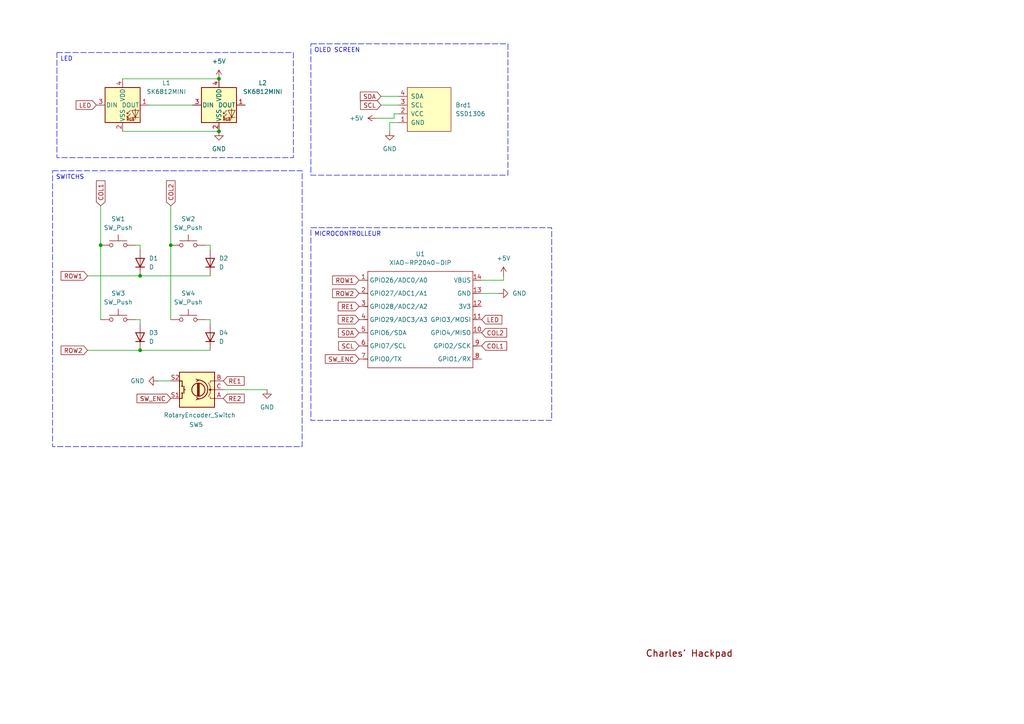
<source format=kicad_sch>
(kicad_sch
	(version 20250114)
	(generator "eeschema")
	(generator_version "9.0")
	(uuid "1e851e2d-42e4-421c-9676-f82c30c86495")
	(paper "A4")
	(lib_symbols
		(symbol "Device:RotaryEncoder_Switch"
			(pin_names
				(offset 0.254)
				(hide yes)
			)
			(exclude_from_sim no)
			(in_bom yes)
			(on_board yes)
			(property "Reference" "SW"
				(at 0 6.604 0)
				(effects
					(font
						(size 1.27 1.27)
					)
				)
			)
			(property "Value" "RotaryEncoder_Switch"
				(at 0 -6.604 0)
				(effects
					(font
						(size 1.27 1.27)
					)
				)
			)
			(property "Footprint" ""
				(at -3.81 4.064 0)
				(effects
					(font
						(size 1.27 1.27)
					)
					(hide yes)
				)
			)
			(property "Datasheet" "~"
				(at 0 6.604 0)
				(effects
					(font
						(size 1.27 1.27)
					)
					(hide yes)
				)
			)
			(property "Description" "Rotary encoder, dual channel, incremental quadrate outputs, with switch"
				(at 0 0 0)
				(effects
					(font
						(size 1.27 1.27)
					)
					(hide yes)
				)
			)
			(property "ki_keywords" "rotary switch encoder switch push button"
				(at 0 0 0)
				(effects
					(font
						(size 1.27 1.27)
					)
					(hide yes)
				)
			)
			(property "ki_fp_filters" "RotaryEncoder*Switch*"
				(at 0 0 0)
				(effects
					(font
						(size 1.27 1.27)
					)
					(hide yes)
				)
			)
			(symbol "RotaryEncoder_Switch_0_1"
				(rectangle
					(start -5.08 5.08)
					(end 5.08 -5.08)
					(stroke
						(width 0.254)
						(type default)
					)
					(fill
						(type background)
					)
				)
				(polyline
					(pts
						(xy -5.08 2.54) (xy -3.81 2.54) (xy -3.81 2.032)
					)
					(stroke
						(width 0)
						(type default)
					)
					(fill
						(type none)
					)
				)
				(polyline
					(pts
						(xy -5.08 0) (xy -3.81 0) (xy -3.81 -1.016) (xy -3.302 -2.032)
					)
					(stroke
						(width 0)
						(type default)
					)
					(fill
						(type none)
					)
				)
				(polyline
					(pts
						(xy -5.08 -2.54) (xy -3.81 -2.54) (xy -3.81 -2.032)
					)
					(stroke
						(width 0)
						(type default)
					)
					(fill
						(type none)
					)
				)
				(polyline
					(pts
						(xy -4.318 0) (xy -3.81 0) (xy -3.81 1.016) (xy -3.302 2.032)
					)
					(stroke
						(width 0)
						(type default)
					)
					(fill
						(type none)
					)
				)
				(circle
					(center -3.81 0)
					(radius 0.254)
					(stroke
						(width 0)
						(type default)
					)
					(fill
						(type outline)
					)
				)
				(polyline
					(pts
						(xy -0.635 -1.778) (xy -0.635 1.778)
					)
					(stroke
						(width 0.254)
						(type default)
					)
					(fill
						(type none)
					)
				)
				(circle
					(center -0.381 0)
					(radius 1.905)
					(stroke
						(width 0.254)
						(type default)
					)
					(fill
						(type none)
					)
				)
				(polyline
					(pts
						(xy -0.381 -1.778) (xy -0.381 1.778)
					)
					(stroke
						(width 0.254)
						(type default)
					)
					(fill
						(type none)
					)
				)
				(arc
					(start -0.381 -2.794)
					(mid -3.0988 -0.0635)
					(end -0.381 2.667)
					(stroke
						(width 0.254)
						(type default)
					)
					(fill
						(type none)
					)
				)
				(polyline
					(pts
						(xy -0.127 1.778) (xy -0.127 -1.778)
					)
					(stroke
						(width 0.254)
						(type default)
					)
					(fill
						(type none)
					)
				)
				(polyline
					(pts
						(xy 0.254 2.921) (xy -0.508 2.667) (xy 0.127 2.286)
					)
					(stroke
						(width 0.254)
						(type default)
					)
					(fill
						(type none)
					)
				)
				(polyline
					(pts
						(xy 0.254 -3.048) (xy -0.508 -2.794) (xy 0.127 -2.413)
					)
					(stroke
						(width 0.254)
						(type default)
					)
					(fill
						(type none)
					)
				)
				(polyline
					(pts
						(xy 3.81 1.016) (xy 3.81 -1.016)
					)
					(stroke
						(width 0.254)
						(type default)
					)
					(fill
						(type none)
					)
				)
				(polyline
					(pts
						(xy 3.81 0) (xy 3.429 0)
					)
					(stroke
						(width 0.254)
						(type default)
					)
					(fill
						(type none)
					)
				)
				(circle
					(center 4.318 1.016)
					(radius 0.127)
					(stroke
						(width 0.254)
						(type default)
					)
					(fill
						(type none)
					)
				)
				(circle
					(center 4.318 -1.016)
					(radius 0.127)
					(stroke
						(width 0.254)
						(type default)
					)
					(fill
						(type none)
					)
				)
				(polyline
					(pts
						(xy 5.08 2.54) (xy 4.318 2.54) (xy 4.318 1.016)
					)
					(stroke
						(width 0.254)
						(type default)
					)
					(fill
						(type none)
					)
				)
				(polyline
					(pts
						(xy 5.08 -2.54) (xy 4.318 -2.54) (xy 4.318 -1.016)
					)
					(stroke
						(width 0.254)
						(type default)
					)
					(fill
						(type none)
					)
				)
			)
			(symbol "RotaryEncoder_Switch_1_1"
				(pin passive line
					(at -7.62 2.54 0)
					(length 2.54)
					(name "A"
						(effects
							(font
								(size 1.27 1.27)
							)
						)
					)
					(number "A"
						(effects
							(font
								(size 1.27 1.27)
							)
						)
					)
				)
				(pin passive line
					(at -7.62 0 0)
					(length 2.54)
					(name "C"
						(effects
							(font
								(size 1.27 1.27)
							)
						)
					)
					(number "C"
						(effects
							(font
								(size 1.27 1.27)
							)
						)
					)
				)
				(pin passive line
					(at -7.62 -2.54 0)
					(length 2.54)
					(name "B"
						(effects
							(font
								(size 1.27 1.27)
							)
						)
					)
					(number "B"
						(effects
							(font
								(size 1.27 1.27)
							)
						)
					)
				)
				(pin passive line
					(at 7.62 2.54 180)
					(length 2.54)
					(name "S1"
						(effects
							(font
								(size 1.27 1.27)
							)
						)
					)
					(number "S1"
						(effects
							(font
								(size 1.27 1.27)
							)
						)
					)
				)
				(pin passive line
					(at 7.62 -2.54 180)
					(length 2.54)
					(name "S2"
						(effects
							(font
								(size 1.27 1.27)
							)
						)
					)
					(number "S2"
						(effects
							(font
								(size 1.27 1.27)
							)
						)
					)
				)
			)
			(embedded_fonts no)
		)
		(symbol "Diode:1N4148"
			(pin_numbers
				(hide yes)
			)
			(pin_names
				(hide yes)
			)
			(exclude_from_sim no)
			(in_bom yes)
			(on_board yes)
			(property "Reference" "D"
				(at 0 2.54 0)
				(effects
					(font
						(size 1.27 1.27)
					)
				)
			)
			(property "Value" "1N4148"
				(at 0 -2.54 0)
				(effects
					(font
						(size 1.27 1.27)
					)
				)
			)
			(property "Footprint" "Diode_THT:D_DO-35_SOD27_P7.62mm_Horizontal"
				(at 0 0 0)
				(effects
					(font
						(size 1.27 1.27)
					)
					(hide yes)
				)
			)
			(property "Datasheet" "https://assets.nexperia.com/documents/data-sheet/1N4148_1N4448.pdf"
				(at 0 0 0)
				(effects
					(font
						(size 1.27 1.27)
					)
					(hide yes)
				)
			)
			(property "Description" "100V 0.15A standard switching diode, DO-35"
				(at 0 0 0)
				(effects
					(font
						(size 1.27 1.27)
					)
					(hide yes)
				)
			)
			(property "Sim.Device" "D"
				(at 0 0 0)
				(effects
					(font
						(size 1.27 1.27)
					)
					(hide yes)
				)
			)
			(property "Sim.Pins" "1=K 2=A"
				(at 0 0 0)
				(effects
					(font
						(size 1.27 1.27)
					)
					(hide yes)
				)
			)
			(property "ki_keywords" "diode"
				(at 0 0 0)
				(effects
					(font
						(size 1.27 1.27)
					)
					(hide yes)
				)
			)
			(property "ki_fp_filters" "D*DO?35*"
				(at 0 0 0)
				(effects
					(font
						(size 1.27 1.27)
					)
					(hide yes)
				)
			)
			(symbol "1N4148_0_1"
				(polyline
					(pts
						(xy -1.27 1.27) (xy -1.27 -1.27)
					)
					(stroke
						(width 0.254)
						(type default)
					)
					(fill
						(type none)
					)
				)
				(polyline
					(pts
						(xy 1.27 1.27) (xy 1.27 -1.27) (xy -1.27 0) (xy 1.27 1.27)
					)
					(stroke
						(width 0.254)
						(type default)
					)
					(fill
						(type none)
					)
				)
				(polyline
					(pts
						(xy 1.27 0) (xy -1.27 0)
					)
					(stroke
						(width 0)
						(type default)
					)
					(fill
						(type none)
					)
				)
			)
			(symbol "1N4148_1_1"
				(pin passive line
					(at -3.81 0 0)
					(length 2.54)
					(name "K"
						(effects
							(font
								(size 1.27 1.27)
							)
						)
					)
					(number "1"
						(effects
							(font
								(size 1.27 1.27)
							)
						)
					)
				)
				(pin passive line
					(at 3.81 0 180)
					(length 2.54)
					(name "A"
						(effects
							(font
								(size 1.27 1.27)
							)
						)
					)
					(number "2"
						(effects
							(font
								(size 1.27 1.27)
							)
						)
					)
				)
			)
			(embedded_fonts no)
		)
		(symbol "LED:SK6812MINI"
			(pin_names
				(offset 0.254)
			)
			(exclude_from_sim no)
			(in_bom yes)
			(on_board yes)
			(property "Reference" "D"
				(at 5.08 5.715 0)
				(effects
					(font
						(size 1.27 1.27)
					)
					(justify right bottom)
				)
			)
			(property "Value" "SK6812MINI"
				(at 1.27 -5.715 0)
				(effects
					(font
						(size 1.27 1.27)
					)
					(justify left top)
				)
			)
			(property "Footprint" "LED_SMD:LED_SK6812MINI_PLCC4_3.5x3.5mm_P1.75mm"
				(at 1.27 -7.62 0)
				(effects
					(font
						(size 1.27 1.27)
					)
					(justify left top)
					(hide yes)
				)
			)
			(property "Datasheet" "https://cdn-shop.adafruit.com/product-files/2686/SK6812MINI_REV.01-1-2.pdf"
				(at 2.54 -9.525 0)
				(effects
					(font
						(size 1.27 1.27)
					)
					(justify left top)
					(hide yes)
				)
			)
			(property "Description" "RGB LED with integrated controller"
				(at 0 0 0)
				(effects
					(font
						(size 1.27 1.27)
					)
					(hide yes)
				)
			)
			(property "ki_keywords" "RGB LED NeoPixel Mini addressable"
				(at 0 0 0)
				(effects
					(font
						(size 1.27 1.27)
					)
					(hide yes)
				)
			)
			(property "ki_fp_filters" "LED*SK6812MINI*PLCC*3.5x3.5mm*P1.75mm*"
				(at 0 0 0)
				(effects
					(font
						(size 1.27 1.27)
					)
					(hide yes)
				)
			)
			(symbol "SK6812MINI_0_0"
				(text "RGB"
					(at 2.286 -4.191 0)
					(effects
						(font
							(size 0.762 0.762)
						)
					)
				)
			)
			(symbol "SK6812MINI_0_1"
				(polyline
					(pts
						(xy 1.27 -2.54) (xy 1.778 -2.54)
					)
					(stroke
						(width 0)
						(type default)
					)
					(fill
						(type none)
					)
				)
				(polyline
					(pts
						(xy 1.27 -3.556) (xy 1.778 -3.556)
					)
					(stroke
						(width 0)
						(type default)
					)
					(fill
						(type none)
					)
				)
				(polyline
					(pts
						(xy 2.286 -1.524) (xy 1.27 -2.54) (xy 1.27 -2.032)
					)
					(stroke
						(width 0)
						(type default)
					)
					(fill
						(type none)
					)
				)
				(polyline
					(pts
						(xy 2.286 -2.54) (xy 1.27 -3.556) (xy 1.27 -3.048)
					)
					(stroke
						(width 0)
						(type default)
					)
					(fill
						(type none)
					)
				)
				(polyline
					(pts
						(xy 3.683 -1.016) (xy 3.683 -3.556) (xy 3.683 -4.064)
					)
					(stroke
						(width 0)
						(type default)
					)
					(fill
						(type none)
					)
				)
				(polyline
					(pts
						(xy 4.699 -1.524) (xy 2.667 -1.524) (xy 3.683 -3.556) (xy 4.699 -1.524)
					)
					(stroke
						(width 0)
						(type default)
					)
					(fill
						(type none)
					)
				)
				(polyline
					(pts
						(xy 4.699 -3.556) (xy 2.667 -3.556)
					)
					(stroke
						(width 0)
						(type default)
					)
					(fill
						(type none)
					)
				)
				(rectangle
					(start 5.08 5.08)
					(end -5.08 -5.08)
					(stroke
						(width 0.254)
						(type default)
					)
					(fill
						(type background)
					)
				)
			)
			(symbol "SK6812MINI_1_1"
				(pin input line
					(at -7.62 0 0)
					(length 2.54)
					(name "DIN"
						(effects
							(font
								(size 1.27 1.27)
							)
						)
					)
					(number "3"
						(effects
							(font
								(size 1.27 1.27)
							)
						)
					)
				)
				(pin power_in line
					(at 0 7.62 270)
					(length 2.54)
					(name "VDD"
						(effects
							(font
								(size 1.27 1.27)
							)
						)
					)
					(number "4"
						(effects
							(font
								(size 1.27 1.27)
							)
						)
					)
				)
				(pin power_in line
					(at 0 -7.62 90)
					(length 2.54)
					(name "VSS"
						(effects
							(font
								(size 1.27 1.27)
							)
						)
					)
					(number "2"
						(effects
							(font
								(size 1.27 1.27)
							)
						)
					)
				)
				(pin output line
					(at 7.62 0 180)
					(length 2.54)
					(name "DOUT"
						(effects
							(font
								(size 1.27 1.27)
							)
						)
					)
					(number "1"
						(effects
							(font
								(size 1.27 1.27)
							)
						)
					)
				)
			)
			(embedded_fonts no)
		)
		(symbol "SSD1306-128x64_OLED:SSD1306"
			(pin_names
				(offset 1.016)
			)
			(exclude_from_sim no)
			(in_bom yes)
			(on_board yes)
			(property "Reference" "Brd"
				(at 0 -3.81 0)
				(effects
					(font
						(size 1.27 1.27)
					)
				)
			)
			(property "Value" "SSD1306"
				(at 0 -1.27 0)
				(effects
					(font
						(size 1.27 1.27)
					)
				)
			)
			(property "Footprint" ""
				(at 0 6.35 0)
				(effects
					(font
						(size 1.27 1.27)
					)
					(hide yes)
				)
			)
			(property "Datasheet" ""
				(at 0 6.35 0)
				(effects
					(font
						(size 1.27 1.27)
					)
					(hide yes)
				)
			)
			(property "Description" "SSD1306 OLED"
				(at 0 0 0)
				(effects
					(font
						(size 1.27 1.27)
					)
					(hide yes)
				)
			)
			(property "ki_keywords" "SSD1306"
				(at 0 0 0)
				(effects
					(font
						(size 1.27 1.27)
					)
					(hide yes)
				)
			)
			(property "ki_fp_filters" "SSD1306-128x64_OLED:SSD1306"
				(at 0 0 0)
				(effects
					(font
						(size 1.27 1.27)
					)
					(hide yes)
				)
			)
			(symbol "SSD1306_0_1"
				(rectangle
					(start -6.35 6.35)
					(end 6.35 -6.35)
					(stroke
						(width 0)
						(type solid)
					)
					(fill
						(type background)
					)
				)
			)
			(symbol "SSD1306_1_1"
				(pin input line
					(at -3.81 8.89 270)
					(length 2.54)
					(name "GND"
						(effects
							(font
								(size 1.27 1.27)
							)
						)
					)
					(number "1"
						(effects
							(font
								(size 1.27 1.27)
							)
						)
					)
				)
				(pin input line
					(at -1.27 8.89 270)
					(length 2.54)
					(name "VCC"
						(effects
							(font
								(size 1.27 1.27)
							)
						)
					)
					(number "2"
						(effects
							(font
								(size 1.27 1.27)
							)
						)
					)
				)
				(pin input line
					(at 1.27 8.89 270)
					(length 2.54)
					(name "SCL"
						(effects
							(font
								(size 1.27 1.27)
							)
						)
					)
					(number "3"
						(effects
							(font
								(size 1.27 1.27)
							)
						)
					)
				)
				(pin input line
					(at 3.81 8.89 270)
					(length 2.54)
					(name "SDA"
						(effects
							(font
								(size 1.27 1.27)
							)
						)
					)
					(number "4"
						(effects
							(font
								(size 1.27 1.27)
							)
						)
					)
				)
			)
			(embedded_fonts no)
		)
		(symbol "Seeed_Studio_XIAO_Series:XIAO-RP2040-DIP"
			(exclude_from_sim no)
			(in_bom yes)
			(on_board yes)
			(property "Reference" "U"
				(at 0 0 0)
				(effects
					(font
						(size 1.27 1.27)
					)
				)
			)
			(property "Value" "XIAO-RP2040-DIP"
				(at 5.334 -1.778 0)
				(effects
					(font
						(size 1.27 1.27)
					)
				)
			)
			(property "Footprint" "Module:MOUDLE14P-XIAO-DIP-SMD"
				(at 14.478 -32.258 0)
				(effects
					(font
						(size 1.27 1.27)
					)
					(hide yes)
				)
			)
			(property "Datasheet" ""
				(at 0 0 0)
				(effects
					(font
						(size 1.27 1.27)
					)
					(hide yes)
				)
			)
			(property "Description" ""
				(at 0 0 0)
				(effects
					(font
						(size 1.27 1.27)
					)
					(hide yes)
				)
			)
			(symbol "XIAO-RP2040-DIP_1_0"
				(polyline
					(pts
						(xy -1.27 -2.54) (xy 29.21 -2.54)
					)
					(stroke
						(width 0.1524)
						(type solid)
					)
					(fill
						(type none)
					)
				)
				(polyline
					(pts
						(xy -1.27 -5.08) (xy -2.54 -5.08)
					)
					(stroke
						(width 0.1524)
						(type solid)
					)
					(fill
						(type none)
					)
				)
				(polyline
					(pts
						(xy -1.27 -5.08) (xy -1.27 -2.54)
					)
					(stroke
						(width 0.1524)
						(type solid)
					)
					(fill
						(type none)
					)
				)
				(polyline
					(pts
						(xy -1.27 -8.89) (xy -2.54 -8.89)
					)
					(stroke
						(width 0.1524)
						(type solid)
					)
					(fill
						(type none)
					)
				)
				(polyline
					(pts
						(xy -1.27 -8.89) (xy -1.27 -5.08)
					)
					(stroke
						(width 0.1524)
						(type solid)
					)
					(fill
						(type none)
					)
				)
				(polyline
					(pts
						(xy -1.27 -12.7) (xy -2.54 -12.7)
					)
					(stroke
						(width 0.1524)
						(type solid)
					)
					(fill
						(type none)
					)
				)
				(polyline
					(pts
						(xy -1.27 -12.7) (xy -1.27 -8.89)
					)
					(stroke
						(width 0.1524)
						(type solid)
					)
					(fill
						(type none)
					)
				)
				(polyline
					(pts
						(xy -1.27 -16.51) (xy -2.54 -16.51)
					)
					(stroke
						(width 0.1524)
						(type solid)
					)
					(fill
						(type none)
					)
				)
				(polyline
					(pts
						(xy -1.27 -16.51) (xy -1.27 -12.7)
					)
					(stroke
						(width 0.1524)
						(type solid)
					)
					(fill
						(type none)
					)
				)
				(polyline
					(pts
						(xy -1.27 -20.32) (xy -2.54 -20.32)
					)
					(stroke
						(width 0.1524)
						(type solid)
					)
					(fill
						(type none)
					)
				)
				(polyline
					(pts
						(xy -1.27 -24.13) (xy -2.54 -24.13)
					)
					(stroke
						(width 0.1524)
						(type solid)
					)
					(fill
						(type none)
					)
				)
				(polyline
					(pts
						(xy -1.27 -27.94) (xy -2.54 -27.94)
					)
					(stroke
						(width 0.1524)
						(type solid)
					)
					(fill
						(type none)
					)
				)
				(polyline
					(pts
						(xy -1.27 -30.48) (xy -1.27 -16.51)
					)
					(stroke
						(width 0.1524)
						(type solid)
					)
					(fill
						(type none)
					)
				)
				(polyline
					(pts
						(xy 29.21 -2.54) (xy 29.21 -5.08)
					)
					(stroke
						(width 0.1524)
						(type solid)
					)
					(fill
						(type none)
					)
				)
				(polyline
					(pts
						(xy 29.21 -5.08) (xy 29.21 -8.89)
					)
					(stroke
						(width 0.1524)
						(type solid)
					)
					(fill
						(type none)
					)
				)
				(polyline
					(pts
						(xy 29.21 -8.89) (xy 29.21 -12.7)
					)
					(stroke
						(width 0.1524)
						(type solid)
					)
					(fill
						(type none)
					)
				)
				(polyline
					(pts
						(xy 29.21 -12.7) (xy 29.21 -30.48)
					)
					(stroke
						(width 0.1524)
						(type solid)
					)
					(fill
						(type none)
					)
				)
				(polyline
					(pts
						(xy 29.21 -30.48) (xy -1.27 -30.48)
					)
					(stroke
						(width 0.1524)
						(type solid)
					)
					(fill
						(type none)
					)
				)
				(polyline
					(pts
						(xy 30.48 -5.08) (xy 29.21 -5.08)
					)
					(stroke
						(width 0.1524)
						(type solid)
					)
					(fill
						(type none)
					)
				)
				(polyline
					(pts
						(xy 30.48 -8.89) (xy 29.21 -8.89)
					)
					(stroke
						(width 0.1524)
						(type solid)
					)
					(fill
						(type none)
					)
				)
				(polyline
					(pts
						(xy 30.48 -12.7) (xy 29.21 -12.7)
					)
					(stroke
						(width 0.1524)
						(type solid)
					)
					(fill
						(type none)
					)
				)
				(polyline
					(pts
						(xy 30.48 -16.51) (xy 29.21 -16.51)
					)
					(stroke
						(width 0.1524)
						(type solid)
					)
					(fill
						(type none)
					)
				)
				(polyline
					(pts
						(xy 30.48 -20.32) (xy 29.21 -20.32)
					)
					(stroke
						(width 0.1524)
						(type solid)
					)
					(fill
						(type none)
					)
				)
				(polyline
					(pts
						(xy 30.48 -24.13) (xy 29.21 -24.13)
					)
					(stroke
						(width 0.1524)
						(type solid)
					)
					(fill
						(type none)
					)
				)
				(polyline
					(pts
						(xy 30.48 -27.94) (xy 29.21 -27.94)
					)
					(stroke
						(width 0.1524)
						(type solid)
					)
					(fill
						(type none)
					)
				)
				(pin passive line
					(at -3.81 -5.08 0)
					(length 2.54)
					(name "GPIO26/ADC0/A0"
						(effects
							(font
								(size 1.27 1.27)
							)
						)
					)
					(number "1"
						(effects
							(font
								(size 1.27 1.27)
							)
						)
					)
				)
				(pin passive line
					(at -3.81 -8.89 0)
					(length 2.54)
					(name "GPIO27/ADC1/A1"
						(effects
							(font
								(size 1.27 1.27)
							)
						)
					)
					(number "2"
						(effects
							(font
								(size 1.27 1.27)
							)
						)
					)
				)
				(pin passive line
					(at -3.81 -12.7 0)
					(length 2.54)
					(name "GPIO28/ADC2/A2"
						(effects
							(font
								(size 1.27 1.27)
							)
						)
					)
					(number "3"
						(effects
							(font
								(size 1.27 1.27)
							)
						)
					)
				)
				(pin passive line
					(at -3.81 -16.51 0)
					(length 2.54)
					(name "GPIO29/ADC3/A3"
						(effects
							(font
								(size 1.27 1.27)
							)
						)
					)
					(number "4"
						(effects
							(font
								(size 1.27 1.27)
							)
						)
					)
				)
				(pin passive line
					(at -3.81 -20.32 0)
					(length 2.54)
					(name "GPIO6/SDA"
						(effects
							(font
								(size 1.27 1.27)
							)
						)
					)
					(number "5"
						(effects
							(font
								(size 1.27 1.27)
							)
						)
					)
				)
				(pin passive line
					(at -3.81 -24.13 0)
					(length 2.54)
					(name "GPIO7/SCL"
						(effects
							(font
								(size 1.27 1.27)
							)
						)
					)
					(number "6"
						(effects
							(font
								(size 1.27 1.27)
							)
						)
					)
				)
				(pin passive line
					(at -3.81 -27.94 0)
					(length 2.54)
					(name "GPIO0/TX"
						(effects
							(font
								(size 1.27 1.27)
							)
						)
					)
					(number "7"
						(effects
							(font
								(size 1.27 1.27)
							)
						)
					)
				)
				(pin passive line
					(at 31.75 -5.08 180)
					(length 2.54)
					(name "VBUS"
						(effects
							(font
								(size 1.27 1.27)
							)
						)
					)
					(number "14"
						(effects
							(font
								(size 1.27 1.27)
							)
						)
					)
				)
				(pin passive line
					(at 31.75 -8.89 180)
					(length 2.54)
					(name "GND"
						(effects
							(font
								(size 1.27 1.27)
							)
						)
					)
					(number "13"
						(effects
							(font
								(size 1.27 1.27)
							)
						)
					)
				)
				(pin passive line
					(at 31.75 -12.7 180)
					(length 2.54)
					(name "3V3"
						(effects
							(font
								(size 1.27 1.27)
							)
						)
					)
					(number "12"
						(effects
							(font
								(size 1.27 1.27)
							)
						)
					)
				)
				(pin passive line
					(at 31.75 -16.51 180)
					(length 2.54)
					(name "GPIO3/MOSI"
						(effects
							(font
								(size 1.27 1.27)
							)
						)
					)
					(number "11"
						(effects
							(font
								(size 1.27 1.27)
							)
						)
					)
				)
				(pin passive line
					(at 31.75 -20.32 180)
					(length 2.54)
					(name "GPIO4/MISO"
						(effects
							(font
								(size 1.27 1.27)
							)
						)
					)
					(number "10"
						(effects
							(font
								(size 1.27 1.27)
							)
						)
					)
				)
				(pin passive line
					(at 31.75 -24.13 180)
					(length 2.54)
					(name "GPIO2/SCK"
						(effects
							(font
								(size 1.27 1.27)
							)
						)
					)
					(number "9"
						(effects
							(font
								(size 1.27 1.27)
							)
						)
					)
				)
				(pin passive line
					(at 31.75 -27.94 180)
					(length 2.54)
					(name "GPIO1/RX"
						(effects
							(font
								(size 1.27 1.27)
							)
						)
					)
					(number "8"
						(effects
							(font
								(size 1.27 1.27)
							)
						)
					)
				)
			)
			(embedded_fonts no)
		)
		(symbol "Switch:SW_Push"
			(pin_numbers
				(hide yes)
			)
			(pin_names
				(offset 1.016)
				(hide yes)
			)
			(exclude_from_sim no)
			(in_bom yes)
			(on_board yes)
			(property "Reference" "SW"
				(at 1.27 2.54 0)
				(effects
					(font
						(size 1.27 1.27)
					)
					(justify left)
				)
			)
			(property "Value" "SW_Push"
				(at 0 -1.524 0)
				(effects
					(font
						(size 1.27 1.27)
					)
				)
			)
			(property "Footprint" ""
				(at 0 5.08 0)
				(effects
					(font
						(size 1.27 1.27)
					)
					(hide yes)
				)
			)
			(property "Datasheet" "~"
				(at 0 5.08 0)
				(effects
					(font
						(size 1.27 1.27)
					)
					(hide yes)
				)
			)
			(property "Description" "Push button switch, generic, two pins"
				(at 0 0 0)
				(effects
					(font
						(size 1.27 1.27)
					)
					(hide yes)
				)
			)
			(property "ki_keywords" "switch normally-open pushbutton push-button"
				(at 0 0 0)
				(effects
					(font
						(size 1.27 1.27)
					)
					(hide yes)
				)
			)
			(symbol "SW_Push_0_1"
				(circle
					(center -2.032 0)
					(radius 0.508)
					(stroke
						(width 0)
						(type default)
					)
					(fill
						(type none)
					)
				)
				(polyline
					(pts
						(xy 0 1.27) (xy 0 3.048)
					)
					(stroke
						(width 0)
						(type default)
					)
					(fill
						(type none)
					)
				)
				(circle
					(center 2.032 0)
					(radius 0.508)
					(stroke
						(width 0)
						(type default)
					)
					(fill
						(type none)
					)
				)
				(polyline
					(pts
						(xy 2.54 1.27) (xy -2.54 1.27)
					)
					(stroke
						(width 0)
						(type default)
					)
					(fill
						(type none)
					)
				)
				(pin passive line
					(at -5.08 0 0)
					(length 2.54)
					(name "1"
						(effects
							(font
								(size 1.27 1.27)
							)
						)
					)
					(number "1"
						(effects
							(font
								(size 1.27 1.27)
							)
						)
					)
				)
				(pin passive line
					(at 5.08 0 180)
					(length 2.54)
					(name "2"
						(effects
							(font
								(size 1.27 1.27)
							)
						)
					)
					(number "2"
						(effects
							(font
								(size 1.27 1.27)
							)
						)
					)
				)
			)
			(embedded_fonts no)
		)
		(symbol "power:+5V"
			(power)
			(pin_numbers
				(hide yes)
			)
			(pin_names
				(offset 0)
				(hide yes)
			)
			(exclude_from_sim no)
			(in_bom yes)
			(on_board yes)
			(property "Reference" "#PWR"
				(at 0 -3.81 0)
				(effects
					(font
						(size 1.27 1.27)
					)
					(hide yes)
				)
			)
			(property "Value" "+5V"
				(at 0 3.556 0)
				(effects
					(font
						(size 1.27 1.27)
					)
				)
			)
			(property "Footprint" ""
				(at 0 0 0)
				(effects
					(font
						(size 1.27 1.27)
					)
					(hide yes)
				)
			)
			(property "Datasheet" ""
				(at 0 0 0)
				(effects
					(font
						(size 1.27 1.27)
					)
					(hide yes)
				)
			)
			(property "Description" "Power symbol creates a global label with name \"+5V\""
				(at 0 0 0)
				(effects
					(font
						(size 1.27 1.27)
					)
					(hide yes)
				)
			)
			(property "ki_keywords" "global power"
				(at 0 0 0)
				(effects
					(font
						(size 1.27 1.27)
					)
					(hide yes)
				)
			)
			(symbol "+5V_0_1"
				(polyline
					(pts
						(xy -0.762 1.27) (xy 0 2.54)
					)
					(stroke
						(width 0)
						(type default)
					)
					(fill
						(type none)
					)
				)
				(polyline
					(pts
						(xy 0 2.54) (xy 0.762 1.27)
					)
					(stroke
						(width 0)
						(type default)
					)
					(fill
						(type none)
					)
				)
				(polyline
					(pts
						(xy 0 0) (xy 0 2.54)
					)
					(stroke
						(width 0)
						(type default)
					)
					(fill
						(type none)
					)
				)
			)
			(symbol "+5V_1_1"
				(pin power_in line
					(at 0 0 90)
					(length 0)
					(name "~"
						(effects
							(font
								(size 1.27 1.27)
							)
						)
					)
					(number "1"
						(effects
							(font
								(size 1.27 1.27)
							)
						)
					)
				)
			)
			(embedded_fonts no)
		)
		(symbol "power:GND"
			(power)
			(pin_numbers
				(hide yes)
			)
			(pin_names
				(offset 0)
				(hide yes)
			)
			(exclude_from_sim no)
			(in_bom yes)
			(on_board yes)
			(property "Reference" "#PWR"
				(at 0 -6.35 0)
				(effects
					(font
						(size 1.27 1.27)
					)
					(hide yes)
				)
			)
			(property "Value" "GND"
				(at 0 -3.81 0)
				(effects
					(font
						(size 1.27 1.27)
					)
				)
			)
			(property "Footprint" ""
				(at 0 0 0)
				(effects
					(font
						(size 1.27 1.27)
					)
					(hide yes)
				)
			)
			(property "Datasheet" ""
				(at 0 0 0)
				(effects
					(font
						(size 1.27 1.27)
					)
					(hide yes)
				)
			)
			(property "Description" "Power symbol creates a global label with name \"GND\" , ground"
				(at 0 0 0)
				(effects
					(font
						(size 1.27 1.27)
					)
					(hide yes)
				)
			)
			(property "ki_keywords" "global power"
				(at 0 0 0)
				(effects
					(font
						(size 1.27 1.27)
					)
					(hide yes)
				)
			)
			(symbol "GND_0_1"
				(polyline
					(pts
						(xy 0 0) (xy 0 -1.27) (xy 1.27 -1.27) (xy 0 -2.54) (xy -1.27 -1.27) (xy 0 -1.27)
					)
					(stroke
						(width 0)
						(type default)
					)
					(fill
						(type none)
					)
				)
			)
			(symbol "GND_1_1"
				(pin power_in line
					(at 0 0 270)
					(length 0)
					(name "~"
						(effects
							(font
								(size 1.27 1.27)
							)
						)
					)
					(number "1"
						(effects
							(font
								(size 1.27 1.27)
							)
						)
					)
				)
			)
			(embedded_fonts no)
		)
	)
	(text "Charles' Hackpad"
		(exclude_from_sim no)
		(at 187.198 189.738 0)
		(effects
			(font
				(size 1.905 1.905)
				(thickness 0.254)
				(bold yes)
				(color 132 0 0 1)
			)
			(justify left)
		)
		(uuid "8b6119fa-412c-4b8f-9591-88df20a6d7c1")
	)
	(text_box "OLED SCREEN"
		(exclude_from_sim no)
		(at 90.17 12.7 0)
		(size 57.15 38.1)
		(margins 0.9525 0.9525 0.9525 0.9525)
		(stroke
			(width 0)
			(type dash)
		)
		(fill
			(type none)
		)
		(effects
			(font
				(size 1.27 1.27)
			)
			(justify left top)
		)
		(uuid "001b09b0-6e8b-4912-bb25-e1870fad40b4")
	)
	(text_box "MICROCONTROLLEUR"
		(exclude_from_sim no)
		(at 90.17 66.04 0)
		(size 69.85 55.88)
		(margins 0.9525 0.9525 0.9525 0.9525)
		(stroke
			(width 0)
			(type dash)
		)
		(fill
			(type none)
		)
		(effects
			(font
				(size 1.27 1.27)
			)
			(justify left top)
		)
		(uuid "564d5806-010e-4dca-8f12-7abbc0e44f9b")
	)
	(text_box "LED"
		(exclude_from_sim no)
		(at 16.51 15.24 0)
		(size 68.58 30.48)
		(margins 0.9525 0.9525 0.9525 0.9525)
		(stroke
			(width 0)
			(type dash)
		)
		(fill
			(type none)
		)
		(effects
			(font
				(size 1.27 1.27)
			)
			(justify left top)
		)
		(uuid "b96dee03-45a0-4083-86cc-134c4045f9d1")
	)
	(text_box "SWITCHS"
		(exclude_from_sim no)
		(at 15.24 49.53 0)
		(size 72.39 80.01)
		(margins 0.9525 0.9525 0.9525 0.9525)
		(stroke
			(width 0)
			(type dash)
		)
		(fill
			(type none)
		)
		(effects
			(font
				(size 1.27 1.27)
			)
			(justify left top)
		)
		(uuid "fb477875-3e16-475a-81f7-a3d30f13b848")
	)
	(junction
		(at 40.64 101.6)
		(diameter 0)
		(color 0 0 0 0)
		(uuid "25bcbefe-7e46-4990-b5a2-c4deaece289f")
	)
	(junction
		(at 40.64 80.01)
		(diameter 0)
		(color 0 0 0 0)
		(uuid "2993fcdb-c31f-4421-b1ca-f556d3cadaf0")
	)
	(junction
		(at 63.5 22.86)
		(diameter 0)
		(color 0 0 0 0)
		(uuid "2a1a511b-ddc0-47d2-a3f2-f95aced6e597")
	)
	(junction
		(at 29.21 71.12)
		(diameter 0)
		(color 0 0 0 0)
		(uuid "5f47c276-399e-48db-a279-56ae8fac7dc4")
	)
	(junction
		(at 49.53 71.12)
		(diameter 0)
		(color 0 0 0 0)
		(uuid "97388b66-6092-4872-952f-bd1bbb92fc53")
	)
	(junction
		(at 63.5 38.1)
		(diameter 0)
		(color 0 0 0 0)
		(uuid "d3ef2811-6812-444d-a37e-b019c0533559")
	)
	(wire
		(pts
			(xy 25.4 101.6) (xy 40.64 101.6)
		)
		(stroke
			(width 0)
			(type default)
		)
		(uuid "01565ccb-a96c-422a-8161-e693482a9293")
	)
	(wire
		(pts
			(xy 43.18 30.48) (xy 55.88 30.48)
		)
		(stroke
			(width 0)
			(type default)
		)
		(uuid "07e96a62-8b70-47ff-8c5f-cf5e1c71eec4")
	)
	(wire
		(pts
			(xy 139.7 81.28) (xy 146.05 81.28)
		)
		(stroke
			(width 0)
			(type default)
		)
		(uuid "08c996ec-1e18-474e-a7e4-aea31e77a762")
	)
	(wire
		(pts
			(xy 109.22 34.29) (xy 114.3 34.29)
		)
		(stroke
			(width 0)
			(type default)
		)
		(uuid "18277684-5c51-4101-a526-b11ad4913940")
	)
	(wire
		(pts
			(xy 45.72 110.49) (xy 49.53 110.49)
		)
		(stroke
			(width 0)
			(type default)
		)
		(uuid "1a621e0e-472f-4f47-a31e-bfb373b57f20")
	)
	(wire
		(pts
			(xy 114.3 34.29) (xy 114.3 33.02)
		)
		(stroke
			(width 0)
			(type default)
		)
		(uuid "1cb12144-c8b4-4e64-ad73-78abf54bbccf")
	)
	(wire
		(pts
			(xy 113.03 35.56) (xy 115.57 35.56)
		)
		(stroke
			(width 0)
			(type default)
		)
		(uuid "23e58692-41a9-42fa-ba4c-ff724e1601d5")
	)
	(wire
		(pts
			(xy 35.56 38.1) (xy 63.5 38.1)
		)
		(stroke
			(width 0)
			(type default)
		)
		(uuid "32ad950e-1421-4dbc-b049-c8d8c17fba27")
	)
	(wire
		(pts
			(xy 29.21 71.12) (xy 29.21 92.71)
		)
		(stroke
			(width 0)
			(type default)
		)
		(uuid "36e0bc4d-9e28-44b2-9ecd-39207709a7c1")
	)
	(wire
		(pts
			(xy 114.3 33.02) (xy 115.57 33.02)
		)
		(stroke
			(width 0)
			(type default)
		)
		(uuid "38626d17-3ae2-48ae-9cf1-ae0e727a8f1a")
	)
	(wire
		(pts
			(xy 25.4 80.01) (xy 40.64 80.01)
		)
		(stroke
			(width 0)
			(type default)
		)
		(uuid "57863341-a03b-4da9-9664-3d5bbfb9ef43")
	)
	(wire
		(pts
			(xy 110.49 30.48) (xy 115.57 30.48)
		)
		(stroke
			(width 0)
			(type default)
		)
		(uuid "5c7992c1-5ffd-4807-a06a-74a82c00a6c9")
	)
	(wire
		(pts
			(xy 49.53 59.69) (xy 49.53 71.12)
		)
		(stroke
			(width 0)
			(type default)
		)
		(uuid "5d170493-e337-4ef2-9b3a-2cc78ef2cfcf")
	)
	(wire
		(pts
			(xy 49.53 71.12) (xy 49.53 92.71)
		)
		(stroke
			(width 0)
			(type default)
		)
		(uuid "6043d3b3-5daf-4851-a9b0-6d35a91999a6")
	)
	(wire
		(pts
			(xy 60.96 92.71) (xy 60.96 93.98)
		)
		(stroke
			(width 0)
			(type default)
		)
		(uuid "845c6a7f-4d13-4d7f-bc8f-76aa61551660")
	)
	(wire
		(pts
			(xy 60.96 71.12) (xy 60.96 72.39)
		)
		(stroke
			(width 0)
			(type default)
		)
		(uuid "8da62218-ee19-4b30-ae8c-ff7a4ffb3c6b")
	)
	(wire
		(pts
			(xy 146.05 80.01) (xy 146.05 81.28)
		)
		(stroke
			(width 0)
			(type default)
		)
		(uuid "8e9dd60e-c734-4b7c-b2ea-e5b5be26ff7a")
	)
	(wire
		(pts
			(xy 40.64 71.12) (xy 40.64 72.39)
		)
		(stroke
			(width 0)
			(type default)
		)
		(uuid "a05b5ea7-d2bf-41f4-bc99-91cdecb94268")
	)
	(wire
		(pts
			(xy 60.96 92.71) (xy 59.69 92.71)
		)
		(stroke
			(width 0)
			(type default)
		)
		(uuid "a5e475fd-87b0-4fab-b70f-68f68de0683b")
	)
	(wire
		(pts
			(xy 39.37 71.12) (xy 40.64 71.12)
		)
		(stroke
			(width 0)
			(type default)
		)
		(uuid "a81924ae-68b2-4a1a-b7b5-8d6903af59dc")
	)
	(wire
		(pts
			(xy 40.64 92.71) (xy 40.64 93.98)
		)
		(stroke
			(width 0)
			(type default)
		)
		(uuid "ac11bf34-3e54-471e-9126-04992cc08b84")
	)
	(wire
		(pts
			(xy 39.37 92.71) (xy 40.64 92.71)
		)
		(stroke
			(width 0)
			(type default)
		)
		(uuid "b828af6d-804f-4c16-a838-77ee187af3b8")
	)
	(wire
		(pts
			(xy 144.78 85.09) (xy 139.7 85.09)
		)
		(stroke
			(width 0)
			(type default)
		)
		(uuid "c6dc3e4a-ffd7-4f79-9cd7-11c53b0623cc")
	)
	(wire
		(pts
			(xy 113.03 38.1) (xy 113.03 35.56)
		)
		(stroke
			(width 0)
			(type default)
		)
		(uuid "d1457ef9-368f-452b-9d33-4f98dc16b63d")
	)
	(wire
		(pts
			(xy 64.77 113.03) (xy 77.47 113.03)
		)
		(stroke
			(width 0)
			(type default)
		)
		(uuid "d710583e-21a6-4930-8655-d8c0ecc60abc")
	)
	(wire
		(pts
			(xy 40.64 80.01) (xy 60.96 80.01)
		)
		(stroke
			(width 0)
			(type default)
		)
		(uuid "da06f07b-c619-43f0-b70a-e9a4d327af26")
	)
	(wire
		(pts
			(xy 59.69 71.12) (xy 60.96 71.12)
		)
		(stroke
			(width 0)
			(type default)
		)
		(uuid "e3330e4c-7b0f-49e0-a806-d68038bf62a7")
	)
	(wire
		(pts
			(xy 29.21 59.69) (xy 29.21 71.12)
		)
		(stroke
			(width 0)
			(type default)
		)
		(uuid "eb6a9150-9c38-488f-823e-cbb05ecaff16")
	)
	(wire
		(pts
			(xy 110.49 27.94) (xy 115.57 27.94)
		)
		(stroke
			(width 0)
			(type default)
		)
		(uuid "edead1d6-4f7d-4152-97b1-f94d33bae1f6")
	)
	(wire
		(pts
			(xy 35.56 22.86) (xy 63.5 22.86)
		)
		(stroke
			(width 0)
			(type default)
		)
		(uuid "f73af353-46f3-40d7-aed1-41554de1c539")
	)
	(wire
		(pts
			(xy 40.64 101.6) (xy 60.96 101.6)
		)
		(stroke
			(width 0)
			(type default)
		)
		(uuid "f8254103-b37c-416d-a0ac-fb3f17d4498e")
	)
	(global_label "ROW2"
		(shape input)
		(at 25.4 101.6 180)
		(fields_autoplaced yes)
		(effects
			(font
				(size 1.27 1.27)
			)
			(justify right)
		)
		(uuid "034afc8b-3785-4244-8673-37083b166ef8")
		(property "Intersheetrefs" "${INTERSHEET_REFS}"
			(at 17.1534 101.6 0)
			(effects
				(font
					(size 1.27 1.27)
				)
				(justify right)
				(hide yes)
			)
		)
	)
	(global_label "SDA"
		(shape input)
		(at 104.14 96.52 180)
		(fields_autoplaced yes)
		(effects
			(font
				(size 1.27 1.27)
			)
			(justify right)
		)
		(uuid "0378f87e-1508-4f9d-a8e0-81aaa75a9dac")
		(property "Intersheetrefs" "${INTERSHEET_REFS}"
			(at 97.5867 96.52 0)
			(effects
				(font
					(size 1.27 1.27)
				)
				(justify right)
				(hide yes)
			)
		)
	)
	(global_label "RE2"
		(shape input)
		(at 104.14 92.71 180)
		(fields_autoplaced yes)
		(effects
			(font
				(size 1.27 1.27)
			)
			(justify right)
		)
		(uuid "128c19f1-db23-4965-8e4d-f920c40d7527")
		(property "Intersheetrefs" "${INTERSHEET_REFS}"
			(at 97.5263 92.71 0)
			(effects
				(font
					(size 1.27 1.27)
				)
				(justify right)
				(hide yes)
			)
		)
	)
	(global_label "ROW1"
		(shape input)
		(at 104.14 81.28 180)
		(fields_autoplaced yes)
		(effects
			(font
				(size 1.27 1.27)
			)
			(justify right)
		)
		(uuid "154702a8-5e0d-47d4-a5a0-801acd4e7708")
		(property "Intersheetrefs" "${INTERSHEET_REFS}"
			(at 95.8934 81.28 0)
			(effects
				(font
					(size 1.27 1.27)
				)
				(justify right)
				(hide yes)
			)
		)
	)
	(global_label "LED"
		(shape input)
		(at 27.94 30.48 180)
		(fields_autoplaced yes)
		(effects
			(font
				(size 1.27 1.27)
			)
			(justify right)
		)
		(uuid "18e046fd-e517-42e7-a125-feaee9609331")
		(property "Intersheetrefs" "${INTERSHEET_REFS}"
			(at 21.5077 30.48 0)
			(effects
				(font
					(size 1.27 1.27)
				)
				(justify right)
				(hide yes)
			)
		)
	)
	(global_label "RE1"
		(shape input)
		(at 64.77 110.49 0)
		(fields_autoplaced yes)
		(effects
			(font
				(size 1.27 1.27)
			)
			(justify left)
		)
		(uuid "19219995-4d07-4dfa-967e-7ca1601ea685")
		(property "Intersheetrefs" "${INTERSHEET_REFS}"
			(at 71.3837 110.49 0)
			(effects
				(font
					(size 1.27 1.27)
				)
				(justify left)
				(hide yes)
			)
		)
	)
	(global_label "SDA"
		(shape input)
		(at 110.49 27.94 180)
		(fields_autoplaced yes)
		(effects
			(font
				(size 1.27 1.27)
			)
			(justify right)
		)
		(uuid "3c28517e-4f60-4d55-a40a-44c81f36718e")
		(property "Intersheetrefs" "${INTERSHEET_REFS}"
			(at 103.9367 27.94 0)
			(effects
				(font
					(size 1.27 1.27)
				)
				(justify right)
				(hide yes)
			)
		)
	)
	(global_label "ROW2"
		(shape input)
		(at 104.14 85.09 180)
		(fields_autoplaced yes)
		(effects
			(font
				(size 1.27 1.27)
			)
			(justify right)
		)
		(uuid "449b6dee-c48e-4cc7-b999-33ab77b575e5")
		(property "Intersheetrefs" "${INTERSHEET_REFS}"
			(at 95.8934 85.09 0)
			(effects
				(font
					(size 1.27 1.27)
				)
				(justify right)
				(hide yes)
			)
		)
	)
	(global_label "SCL"
		(shape input)
		(at 110.49 30.48 180)
		(fields_autoplaced yes)
		(effects
			(font
				(size 1.27 1.27)
			)
			(justify right)
		)
		(uuid "4908b604-aae5-4c3b-9b4b-3b4e1dbda2e1")
		(property "Intersheetrefs" "${INTERSHEET_REFS}"
			(at 103.9972 30.48 0)
			(effects
				(font
					(size 1.27 1.27)
				)
				(justify right)
				(hide yes)
			)
		)
	)
	(global_label "RE1"
		(shape input)
		(at 104.14 88.9 180)
		(fields_autoplaced yes)
		(effects
			(font
				(size 1.27 1.27)
			)
			(justify right)
		)
		(uuid "4c0999b4-6d31-4a1d-a09a-8b271d6ef965")
		(property "Intersheetrefs" "${INTERSHEET_REFS}"
			(at 97.5263 88.9 0)
			(effects
				(font
					(size 1.27 1.27)
				)
				(justify right)
				(hide yes)
			)
		)
	)
	(global_label "COL1"
		(shape input)
		(at 29.21 59.69 90)
		(fields_autoplaced yes)
		(effects
			(font
				(size 1.27 1.27)
			)
			(justify left)
		)
		(uuid "55f5876c-f4fb-4452-8862-73870bc3e65f")
		(property "Intersheetrefs" "${INTERSHEET_REFS}"
			(at 29.21 51.8667 90)
			(effects
				(font
					(size 1.27 1.27)
				)
				(justify left)
				(hide yes)
			)
		)
	)
	(global_label "COL2"
		(shape input)
		(at 139.7 96.52 0)
		(fields_autoplaced yes)
		(effects
			(font
				(size 1.27 1.27)
			)
			(justify left)
		)
		(uuid "5bb4d4ea-3f38-4212-b3dd-705c9dc9190b")
		(property "Intersheetrefs" "${INTERSHEET_REFS}"
			(at 147.5233 96.52 0)
			(effects
				(font
					(size 1.27 1.27)
				)
				(justify left)
				(hide yes)
			)
		)
	)
	(global_label "SCL"
		(shape input)
		(at 104.14 100.33 180)
		(fields_autoplaced yes)
		(effects
			(font
				(size 1.27 1.27)
			)
			(justify right)
		)
		(uuid "5c6588ef-1cda-42c3-afa1-0cab68e71eb6")
		(property "Intersheetrefs" "${INTERSHEET_REFS}"
			(at 97.6472 100.33 0)
			(effects
				(font
					(size 1.27 1.27)
				)
				(justify right)
				(hide yes)
			)
		)
	)
	(global_label "SW_ENC"
		(shape input)
		(at 49.53 115.57 180)
		(fields_autoplaced yes)
		(effects
			(font
				(size 1.27 1.27)
				(thickness 0.1588)
			)
			(justify right)
		)
		(uuid "6d6e1672-f4ab-42b1-b6fd-8b2a0d130d47")
		(property "Intersheetrefs" "${INTERSHEET_REFS}"
			(at 39.1668 115.57 0)
			(effects
				(font
					(size 1.27 1.27)
				)
				(justify right)
				(hide yes)
			)
		)
	)
	(global_label "SW_ENC"
		(shape input)
		(at 104.14 104.14 180)
		(fields_autoplaced yes)
		(effects
			(font
				(size 1.27 1.27)
			)
			(justify right)
		)
		(uuid "79351f7b-ad02-4b03-b11d-e1ff3a4e66ab")
		(property "Intersheetrefs" "${INTERSHEET_REFS}"
			(at 93.7768 104.14 0)
			(effects
				(font
					(size 1.27 1.27)
				)
				(justify right)
				(hide yes)
			)
		)
	)
	(global_label "COL2"
		(shape input)
		(at 49.53 59.69 90)
		(fields_autoplaced yes)
		(effects
			(font
				(size 1.27 1.27)
			)
			(justify left)
		)
		(uuid "8ac3a392-3c8b-4f42-9b9b-808068e0566e")
		(property "Intersheetrefs" "${INTERSHEET_REFS}"
			(at 49.53 51.8667 90)
			(effects
				(font
					(size 1.27 1.27)
				)
				(justify left)
				(hide yes)
			)
		)
	)
	(global_label "ROW1"
		(shape input)
		(at 25.4 80.01 180)
		(fields_autoplaced yes)
		(effects
			(font
				(size 1.27 1.27)
			)
			(justify right)
		)
		(uuid "9a01a253-6f74-485e-b8ee-28ab59ff19be")
		(property "Intersheetrefs" "${INTERSHEET_REFS}"
			(at 17.1534 80.01 0)
			(effects
				(font
					(size 1.27 1.27)
				)
				(justify right)
				(hide yes)
			)
		)
	)
	(global_label "COL1"
		(shape input)
		(at 139.7 100.33 0)
		(fields_autoplaced yes)
		(effects
			(font
				(size 1.27 1.27)
			)
			(justify left)
		)
		(uuid "ec5d428e-4b4c-43df-8f51-e606be19afdc")
		(property "Intersheetrefs" "${INTERSHEET_REFS}"
			(at 147.5233 100.33 0)
			(effects
				(font
					(size 1.27 1.27)
				)
				(justify left)
				(hide yes)
			)
		)
	)
	(global_label "RE2"
		(shape input)
		(at 64.77 115.57 0)
		(fields_autoplaced yes)
		(effects
			(font
				(size 1.27 1.27)
			)
			(justify left)
		)
		(uuid "eef8bf98-6591-4312-964b-30fb991a540c")
		(property "Intersheetrefs" "${INTERSHEET_REFS}"
			(at 71.3837 115.57 0)
			(effects
				(font
					(size 1.27 1.27)
				)
				(justify left)
				(hide yes)
			)
		)
	)
	(global_label "LED"
		(shape input)
		(at 139.7 92.71 0)
		(fields_autoplaced yes)
		(effects
			(font
				(size 1.27 1.27)
			)
			(justify left)
		)
		(uuid "feadf2af-b2d7-4e68-b55d-4fa004b94eff")
		(property "Intersheetrefs" "${INTERSHEET_REFS}"
			(at 146.1323 92.71 0)
			(effects
				(font
					(size 1.27 1.27)
				)
				(justify left)
				(hide yes)
			)
		)
	)
	(symbol
		(lib_id "power:+5V")
		(at 146.05 80.01 0)
		(unit 1)
		(exclude_from_sim no)
		(in_bom yes)
		(on_board yes)
		(dnp no)
		(fields_autoplaced yes)
		(uuid "010c0c3d-2429-4dd4-b6da-33cb5a8c439d")
		(property "Reference" "#PWR01"
			(at 146.05 83.82 0)
			(effects
				(font
					(size 1.27 1.27)
				)
				(hide yes)
			)
		)
		(property "Value" "+5V"
			(at 146.05 74.93 0)
			(effects
				(font
					(size 1.27 1.27)
				)
			)
		)
		(property "Footprint" ""
			(at 146.05 80.01 0)
			(effects
				(font
					(size 1.27 1.27)
				)
				(hide yes)
			)
		)
		(property "Datasheet" ""
			(at 146.05 80.01 0)
			(effects
				(font
					(size 1.27 1.27)
				)
				(hide yes)
			)
		)
		(property "Description" "Power symbol creates a global label with name \"+5V\""
			(at 146.05 80.01 0)
			(effects
				(font
					(size 1.27 1.27)
				)
				(hide yes)
			)
		)
		(pin "1"
			(uuid "5b530547-8f42-4804-a439-cc2e542ac74e")
		)
		(instances
			(project ""
				(path "/1e851e2d-42e4-421c-9676-f82c30c86495"
					(reference "#PWR01")
					(unit 1)
				)
			)
		)
	)
	(symbol
		(lib_id "Switch:SW_Push")
		(at 34.29 71.12 0)
		(unit 1)
		(exclude_from_sim no)
		(in_bom yes)
		(on_board yes)
		(dnp no)
		(fields_autoplaced yes)
		(uuid "092afd48-0215-4844-9b07-d820d099ff7d")
		(property "Reference" "SW1"
			(at 34.29 63.5 0)
			(effects
				(font
					(size 1.27 1.27)
				)
			)
		)
		(property "Value" "SW_Push"
			(at 34.29 66.04 0)
			(effects
				(font
					(size 1.27 1.27)
				)
			)
		)
		(property "Footprint" "Button_Switch_Keyboard:SW_Cherry_MX_1.00u_PCB"
			(at 34.29 66.04 0)
			(effects
				(font
					(size 1.27 1.27)
				)
				(hide yes)
			)
		)
		(property "Datasheet" "~"
			(at 34.29 66.04 0)
			(effects
				(font
					(size 1.27 1.27)
				)
				(hide yes)
			)
		)
		(property "Description" "Push button switch, generic, two pins"
			(at 34.29 71.12 0)
			(effects
				(font
					(size 1.27 1.27)
				)
				(hide yes)
			)
		)
		(pin "1"
			(uuid "49e35bca-9a4a-4d86-9635-46312f34c1f7")
		)
		(pin "2"
			(uuid "ab82dc32-93b9-4450-b2cf-ad7e46f9cbfc")
		)
		(instances
			(project ""
				(path "/1e851e2d-42e4-421c-9676-f82c30c86495"
					(reference "SW1")
					(unit 1)
				)
			)
		)
	)
	(symbol
		(lib_id "power:+5V")
		(at 109.22 34.29 90)
		(unit 1)
		(exclude_from_sim no)
		(in_bom yes)
		(on_board yes)
		(dnp no)
		(fields_autoplaced yes)
		(uuid "0bbd6443-a622-4d23-a31d-4973be4e091e")
		(property "Reference" "#PWR07"
			(at 113.03 34.29 0)
			(effects
				(font
					(size 1.27 1.27)
				)
				(hide yes)
			)
		)
		(property "Value" "+5V"
			(at 105.41 34.2899 90)
			(effects
				(font
					(size 1.27 1.27)
				)
				(justify left)
			)
		)
		(property "Footprint" ""
			(at 109.22 34.29 0)
			(effects
				(font
					(size 1.27 1.27)
				)
				(hide yes)
			)
		)
		(property "Datasheet" ""
			(at 109.22 34.29 0)
			(effects
				(font
					(size 1.27 1.27)
				)
				(hide yes)
			)
		)
		(property "Description" "Power symbol creates a global label with name \"+5V\""
			(at 109.22 34.29 0)
			(effects
				(font
					(size 1.27 1.27)
				)
				(hide yes)
			)
		)
		(pin "1"
			(uuid "c8e6c51c-0805-4603-8e4f-2082f075f92d")
		)
		(instances
			(project "My Hackpad"
				(path "/1e851e2d-42e4-421c-9676-f82c30c86495"
					(reference "#PWR07")
					(unit 1)
				)
			)
		)
	)
	(symbol
		(lib_id "Seeed_Studio_XIAO_Series:XIAO-RP2040-DIP")
		(at 107.95 76.2 0)
		(unit 1)
		(exclude_from_sim no)
		(in_bom yes)
		(on_board yes)
		(dnp no)
		(fields_autoplaced yes)
		(uuid "13769b92-746f-4b41-b0ce-e80e293fdf71")
		(property "Reference" "U1"
			(at 121.92 73.66 0)
			(effects
				(font
					(size 1.27 1.27)
				)
			)
		)
		(property "Value" "XIAO-RP2040-DIP"
			(at 121.92 76.2 0)
			(effects
				(font
					(size 1.27 1.27)
				)
			)
		)
		(property "Footprint" "Seeed Studio XIAO Series Library:XIAO-RP2040-DIP"
			(at 122.428 108.458 0)
			(effects
				(font
					(size 1.27 1.27)
				)
				(hide yes)
			)
		)
		(property "Datasheet" ""
			(at 107.95 76.2 0)
			(effects
				(font
					(size 1.27 1.27)
				)
				(hide yes)
			)
		)
		(property "Description" ""
			(at 107.95 76.2 0)
			(effects
				(font
					(size 1.27 1.27)
				)
				(hide yes)
			)
		)
		(pin "7"
			(uuid "7cb0b30c-64e9-49e5-abc8-785a10c9d42f")
		)
		(pin "3"
			(uuid "97f8a2a5-0a44-483e-816d-7db0203bbab5")
		)
		(pin "5"
			(uuid "0c5a6b36-0daa-406d-bef7-e6edac89c055")
		)
		(pin "1"
			(uuid "700e360b-d8e7-42ae-92c1-c0858c3d16f0")
		)
		(pin "6"
			(uuid "826ae91b-db60-49f0-9f1a-279fea2c76d0")
		)
		(pin "4"
			(uuid "ae0638f1-c735-4368-9499-d886e9f90a3d")
		)
		(pin "9"
			(uuid "21c2cc9e-82b4-49bc-bf5d-e8daf103bc2f")
		)
		(pin "2"
			(uuid "072a8431-8615-4221-9c5d-2b304e8c7ed2")
		)
		(pin "11"
			(uuid "8e86d6b5-800a-4d53-b3f9-fb36ebe177b9")
		)
		(pin "10"
			(uuid "f1ab36d8-0899-4126-82ac-0d4e1011f439")
		)
		(pin "13"
			(uuid "b969dfd3-e30e-482e-a089-43985f33c90d")
		)
		(pin "12"
			(uuid "9cae2af7-e93e-46cb-a7ea-5c2ebae1b22d")
		)
		(pin "14"
			(uuid "3ff3309d-8f50-4007-95f2-572490e2b077")
		)
		(pin "8"
			(uuid "7cffd21f-5686-406e-a596-a6e8728f131c")
		)
		(instances
			(project ""
				(path "/1e851e2d-42e4-421c-9676-f82c30c86495"
					(reference "U1")
					(unit 1)
				)
			)
		)
	)
	(symbol
		(lib_id "Switch:SW_Push")
		(at 54.61 92.71 0)
		(unit 1)
		(exclude_from_sim no)
		(in_bom yes)
		(on_board yes)
		(dnp no)
		(fields_autoplaced yes)
		(uuid "308ae524-3b3f-456f-985d-3b281704b082")
		(property "Reference" "SW4"
			(at 54.61 85.09 0)
			(effects
				(font
					(size 1.27 1.27)
				)
			)
		)
		(property "Value" "SW_Push"
			(at 54.61 87.63 0)
			(effects
				(font
					(size 1.27 1.27)
				)
			)
		)
		(property "Footprint" "Button_Switch_Keyboard:SW_Cherry_MX_1.00u_PCB"
			(at 54.61 87.63 0)
			(effects
				(font
					(size 1.27 1.27)
				)
				(hide yes)
			)
		)
		(property "Datasheet" "~"
			(at 54.61 87.63 0)
			(effects
				(font
					(size 1.27 1.27)
				)
				(hide yes)
			)
		)
		(property "Description" "Push button switch, generic, two pins"
			(at 54.61 92.71 0)
			(effects
				(font
					(size 1.27 1.27)
				)
				(hide yes)
			)
		)
		(pin "1"
			(uuid "e3fc6657-9a46-4e3f-ad16-283dca6df1ef")
		)
		(pin "2"
			(uuid "5b59514f-56ef-4aa3-b4c9-ddcbdd204635")
		)
		(instances
			(project "My Hackpad"
				(path "/1e851e2d-42e4-421c-9676-f82c30c86495"
					(reference "SW4")
					(unit 1)
				)
			)
		)
	)
	(symbol
		(lib_id "Diode:1N4148")
		(at 60.96 97.79 90)
		(unit 1)
		(exclude_from_sim no)
		(in_bom yes)
		(on_board yes)
		(dnp no)
		(fields_autoplaced yes)
		(uuid "4b227bba-eb6f-4c42-adcf-ff774683ec45")
		(property "Reference" "D4"
			(at 63.5 96.5199 90)
			(effects
				(font
					(size 1.27 1.27)
				)
				(justify right)
			)
		)
		(property "Value" "D"
			(at 63.5 99.0599 90)
			(effects
				(font
					(size 1.27 1.27)
				)
				(justify right)
			)
		)
		(property "Footprint" "Diode_THT:D_DO-35_SOD27_P7.62mm_Horizontal"
			(at 60.96 97.79 0)
			(effects
				(font
					(size 1.27 1.27)
				)
				(hide yes)
			)
		)
		(property "Datasheet" "https://assets.nexperia.com/documents/data-sheet/1N4148_1N4448.pdf"
			(at 60.96 97.79 0)
			(effects
				(font
					(size 1.27 1.27)
				)
				(hide yes)
			)
		)
		(property "Description" "100V 0.15A standard switching diode, DO-35"
			(at 60.96 97.79 0)
			(effects
				(font
					(size 1.27 1.27)
				)
				(hide yes)
			)
		)
		(property "Sim.Device" "D"
			(at 60.96 97.79 0)
			(effects
				(font
					(size 1.27 1.27)
				)
				(hide yes)
			)
		)
		(property "Sim.Pins" "1=K 2=A"
			(at 60.96 97.79 0)
			(effects
				(font
					(size 1.27 1.27)
				)
				(hide yes)
			)
		)
		(pin "2"
			(uuid "21c06fde-8023-40d6-935b-4fe09ad05219")
		)
		(pin "1"
			(uuid "6016248e-db7f-47ef-8386-845d11ebafaf")
		)
		(instances
			(project "My Hackpad"
				(path "/1e851e2d-42e4-421c-9676-f82c30c86495"
					(reference "D4")
					(unit 1)
				)
			)
		)
	)
	(symbol
		(lib_id "power:+5V")
		(at 63.5 22.86 0)
		(unit 1)
		(exclude_from_sim no)
		(in_bom yes)
		(on_board yes)
		(dnp no)
		(fields_autoplaced yes)
		(uuid "4ce29f6f-6406-41ee-8628-faf732766ede")
		(property "Reference" "#PWR04"
			(at 63.5 26.67 0)
			(effects
				(font
					(size 1.27 1.27)
				)
				(hide yes)
			)
		)
		(property "Value" "+5V"
			(at 63.5 17.78 0)
			(effects
				(font
					(size 1.27 1.27)
				)
			)
		)
		(property "Footprint" ""
			(at 63.5 22.86 0)
			(effects
				(font
					(size 1.27 1.27)
				)
				(hide yes)
			)
		)
		(property "Datasheet" ""
			(at 63.5 22.86 0)
			(effects
				(font
					(size 1.27 1.27)
				)
				(hide yes)
			)
		)
		(property "Description" "Power symbol creates a global label with name \"+5V\""
			(at 63.5 22.86 0)
			(effects
				(font
					(size 1.27 1.27)
				)
				(hide yes)
			)
		)
		(pin "1"
			(uuid "b3716ef0-071b-4a17-a7ac-0329af3f2553")
		)
		(instances
			(project "My Hackpad"
				(path "/1e851e2d-42e4-421c-9676-f82c30c86495"
					(reference "#PWR04")
					(unit 1)
				)
			)
		)
	)
	(symbol
		(lib_id "Diode:1N4148")
		(at 40.64 76.2 90)
		(unit 1)
		(exclude_from_sim no)
		(in_bom yes)
		(on_board yes)
		(dnp no)
		(fields_autoplaced yes)
		(uuid "4fc0b607-82c8-42a5-b7d3-1a715ca5daf2")
		(property "Reference" "D1"
			(at 43.18 74.9299 90)
			(effects
				(font
					(size 1.27 1.27)
				)
				(justify right)
			)
		)
		(property "Value" "D"
			(at 43.18 77.4699 90)
			(effects
				(font
					(size 1.27 1.27)
				)
				(justify right)
			)
		)
		(property "Footprint" "Diode_THT:D_DO-35_SOD27_P7.62mm_Horizontal"
			(at 40.64 76.2 0)
			(effects
				(font
					(size 1.27 1.27)
				)
				(hide yes)
			)
		)
		(property "Datasheet" "https://assets.nexperia.com/documents/data-sheet/1N4148_1N4448.pdf"
			(at 40.64 76.2 0)
			(effects
				(font
					(size 1.27 1.27)
				)
				(hide yes)
			)
		)
		(property "Description" "100V 0.15A standard switching diode, DO-35"
			(at 40.64 76.2 0)
			(effects
				(font
					(size 1.27 1.27)
				)
				(hide yes)
			)
		)
		(property "Sim.Device" "D"
			(at 40.64 76.2 0)
			(effects
				(font
					(size 1.27 1.27)
				)
				(hide yes)
			)
		)
		(property "Sim.Pins" "1=K 2=A"
			(at 40.64 76.2 0)
			(effects
				(font
					(size 1.27 1.27)
				)
				(hide yes)
			)
		)
		(pin "2"
			(uuid "32237f17-77b9-43e2-bd5b-895ee461f80e")
		)
		(pin "1"
			(uuid "a456b769-be08-4ccc-94c5-074ba4138d53")
		)
		(instances
			(project ""
				(path "/1e851e2d-42e4-421c-9676-f82c30c86495"
					(reference "D1")
					(unit 1)
				)
			)
		)
	)
	(symbol
		(lib_id "power:GND")
		(at 45.72 110.49 270)
		(unit 1)
		(exclude_from_sim no)
		(in_bom yes)
		(on_board yes)
		(dnp no)
		(fields_autoplaced yes)
		(uuid "59fa46c2-e560-4b90-98d4-db35eeb90fd5")
		(property "Reference" "#PWR08"
			(at 39.37 110.49 0)
			(effects
				(font
					(size 1.27 1.27)
				)
				(hide yes)
			)
		)
		(property "Value" "GND"
			(at 41.91 110.4899 90)
			(effects
				(font
					(size 1.27 1.27)
				)
				(justify right)
			)
		)
		(property "Footprint" ""
			(at 45.72 110.49 0)
			(effects
				(font
					(size 1.27 1.27)
				)
				(hide yes)
			)
		)
		(property "Datasheet" ""
			(at 45.72 110.49 0)
			(effects
				(font
					(size 1.27 1.27)
				)
				(hide yes)
			)
		)
		(property "Description" "Power symbol creates a global label with name \"GND\" , ground"
			(at 45.72 110.49 0)
			(effects
				(font
					(size 1.27 1.27)
				)
				(hide yes)
			)
		)
		(pin "1"
			(uuid "b5bbd21b-51e6-4008-9ee6-dbf46554402b")
		)
		(instances
			(project "My Hackpad"
				(path "/1e851e2d-42e4-421c-9676-f82c30c86495"
					(reference "#PWR08")
					(unit 1)
				)
			)
		)
	)
	(symbol
		(lib_id "Diode:1N4148")
		(at 40.64 97.79 90)
		(unit 1)
		(exclude_from_sim no)
		(in_bom yes)
		(on_board yes)
		(dnp no)
		(fields_autoplaced yes)
		(uuid "5a7fc821-64d0-4668-b8cd-37c19791204d")
		(property "Reference" "D3"
			(at 43.18 96.5199 90)
			(effects
				(font
					(size 1.27 1.27)
				)
				(justify right)
			)
		)
		(property "Value" "D"
			(at 43.18 99.0599 90)
			(effects
				(font
					(size 1.27 1.27)
				)
				(justify right)
			)
		)
		(property "Footprint" "Diode_THT:D_DO-35_SOD27_P7.62mm_Horizontal"
			(at 40.64 97.79 0)
			(effects
				(font
					(size 1.27 1.27)
				)
				(hide yes)
			)
		)
		(property "Datasheet" "https://assets.nexperia.com/documents/data-sheet/1N4148_1N4448.pdf"
			(at 40.64 97.79 0)
			(effects
				(font
					(size 1.27 1.27)
				)
				(hide yes)
			)
		)
		(property "Description" "100V 0.15A standard switching diode, DO-35"
			(at 40.64 97.79 0)
			(effects
				(font
					(size 1.27 1.27)
				)
				(hide yes)
			)
		)
		(property "Sim.Device" "D"
			(at 40.64 97.79 0)
			(effects
				(font
					(size 1.27 1.27)
				)
				(hide yes)
			)
		)
		(property "Sim.Pins" "1=K 2=A"
			(at 40.64 97.79 0)
			(effects
				(font
					(size 1.27 1.27)
				)
				(hide yes)
			)
		)
		(pin "2"
			(uuid "e1c7c21a-a6d2-464c-bbe8-a542597ebb4c")
		)
		(pin "1"
			(uuid "2bb949ee-7af8-4c30-b4fb-e0c6e081d875")
		)
		(instances
			(project "My Hackpad"
				(path "/1e851e2d-42e4-421c-9676-f82c30c86495"
					(reference "D3")
					(unit 1)
				)
			)
		)
	)
	(symbol
		(lib_id "power:GND")
		(at 113.03 38.1 0)
		(unit 1)
		(exclude_from_sim no)
		(in_bom yes)
		(on_board yes)
		(dnp no)
		(fields_autoplaced yes)
		(uuid "645145b1-0571-4248-aa42-33b7dc181998")
		(property "Reference" "#PWR06"
			(at 113.03 44.45 0)
			(effects
				(font
					(size 1.27 1.27)
				)
				(hide yes)
			)
		)
		(property "Value" "GND"
			(at 113.03 43.18 0)
			(effects
				(font
					(size 1.27 1.27)
				)
			)
		)
		(property "Footprint" ""
			(at 113.03 38.1 0)
			(effects
				(font
					(size 1.27 1.27)
				)
				(hide yes)
			)
		)
		(property "Datasheet" ""
			(at 113.03 38.1 0)
			(effects
				(font
					(size 1.27 1.27)
				)
				(hide yes)
			)
		)
		(property "Description" "Power symbol creates a global label with name \"GND\" , ground"
			(at 113.03 38.1 0)
			(effects
				(font
					(size 1.27 1.27)
				)
				(hide yes)
			)
		)
		(pin "1"
			(uuid "b81784e4-0c68-49a2-971f-9e870e23ad01")
		)
		(instances
			(project "My Hackpad"
				(path "/1e851e2d-42e4-421c-9676-f82c30c86495"
					(reference "#PWR06")
					(unit 1)
				)
			)
		)
	)
	(symbol
		(lib_id "Switch:SW_Push")
		(at 34.29 92.71 0)
		(unit 1)
		(exclude_from_sim no)
		(in_bom yes)
		(on_board yes)
		(dnp no)
		(fields_autoplaced yes)
		(uuid "8653c50e-e1c2-4757-8544-c16a693a6f23")
		(property "Reference" "SW3"
			(at 34.29 85.09 0)
			(effects
				(font
					(size 1.27 1.27)
				)
			)
		)
		(property "Value" "SW_Push"
			(at 34.29 87.63 0)
			(effects
				(font
					(size 1.27 1.27)
				)
			)
		)
		(property "Footprint" "Button_Switch_Keyboard:SW_Cherry_MX_1.00u_PCB"
			(at 34.29 87.63 0)
			(effects
				(font
					(size 1.27 1.27)
				)
				(hide yes)
			)
		)
		(property "Datasheet" "~"
			(at 34.29 87.63 0)
			(effects
				(font
					(size 1.27 1.27)
				)
				(hide yes)
			)
		)
		(property "Description" "Push button switch, generic, two pins"
			(at 34.29 92.71 0)
			(effects
				(font
					(size 1.27 1.27)
				)
				(hide yes)
			)
		)
		(pin "1"
			(uuid "ee58dc3d-cfda-4bdb-a80a-aaf742315222")
		)
		(pin "2"
			(uuid "67a204be-2e48-4bdd-b8f2-54c75393a687")
		)
		(instances
			(project "My Hackpad"
				(path "/1e851e2d-42e4-421c-9676-f82c30c86495"
					(reference "SW3")
					(unit 1)
				)
			)
		)
	)
	(symbol
		(lib_id "Diode:1N4148")
		(at 60.96 76.2 90)
		(unit 1)
		(exclude_from_sim no)
		(in_bom yes)
		(on_board yes)
		(dnp no)
		(fields_autoplaced yes)
		(uuid "92b1449c-7ecc-43c6-b13c-57777fa93e17")
		(property "Reference" "D2"
			(at 63.5 74.9299 90)
			(effects
				(font
					(size 1.27 1.27)
				)
				(justify right)
			)
		)
		(property "Value" "D"
			(at 63.5 77.4699 90)
			(effects
				(font
					(size 1.27 1.27)
				)
				(justify right)
			)
		)
		(property "Footprint" "Diode_THT:D_DO-35_SOD27_P7.62mm_Horizontal"
			(at 60.96 76.2 0)
			(effects
				(font
					(size 1.27 1.27)
				)
				(hide yes)
			)
		)
		(property "Datasheet" "https://assets.nexperia.com/documents/data-sheet/1N4148_1N4448.pdf"
			(at 60.96 76.2 0)
			(effects
				(font
					(size 1.27 1.27)
				)
				(hide yes)
			)
		)
		(property "Description" "100V 0.15A standard switching diode, DO-35"
			(at 60.96 76.2 0)
			(effects
				(font
					(size 1.27 1.27)
				)
				(hide yes)
			)
		)
		(property "Sim.Device" "D"
			(at 60.96 76.2 0)
			(effects
				(font
					(size 1.27 1.27)
				)
				(hide yes)
			)
		)
		(property "Sim.Pins" "1=K 2=A"
			(at 60.96 76.2 0)
			(effects
				(font
					(size 1.27 1.27)
				)
				(hide yes)
			)
		)
		(pin "2"
			(uuid "050c42a7-4370-4695-b2ac-d03f29f82daf")
		)
		(pin "1"
			(uuid "6fed82fb-c9dc-467b-88c0-bbe0222e99c3")
		)
		(instances
			(project "My Hackpad"
				(path "/1e851e2d-42e4-421c-9676-f82c30c86495"
					(reference "D2")
					(unit 1)
				)
			)
		)
	)
	(symbol
		(lib_id "Device:RotaryEncoder_Switch")
		(at 57.15 113.03 180)
		(unit 1)
		(exclude_from_sim no)
		(in_bom yes)
		(on_board yes)
		(dnp no)
		(uuid "9eb60be4-6442-4b1a-9c8d-cb37f7b741ca")
		(property "Reference" "SW5"
			(at 56.896 123.19 0)
			(effects
				(font
					(size 1.27 1.27)
				)
			)
		)
		(property "Value" "RotaryEncoder_Switch"
			(at 57.912 120.396 0)
			(effects
				(font
					(size 1.27 1.27)
				)
			)
		)
		(property "Footprint" "Rotary_Encoder:RotaryEncoder_Alps_EC11E-Switch_Vertical_H20mm"
			(at 60.96 117.094 0)
			(effects
				(font
					(size 1.27 1.27)
				)
				(hide yes)
			)
		)
		(property "Datasheet" "~"
			(at 57.15 119.634 0)
			(effects
				(font
					(size 1.27 1.27)
				)
				(hide yes)
			)
		)
		(property "Description" "Rotary encoder, dual channel, incremental quadrate outputs, with switch"
			(at 57.15 113.03 0)
			(effects
				(font
					(size 1.27 1.27)
				)
				(hide yes)
			)
		)
		(pin "B"
			(uuid "a48154ae-4eaf-45ec-bc43-434130283dad")
		)
		(pin "S1"
			(uuid "a9ec9a95-f5f7-40d4-9c0e-26ea4753c4ab")
		)
		(pin "A"
			(uuid "a6621b9a-48ed-4bd8-85db-d95e40f84c8d")
		)
		(pin "S2"
			(uuid "8feb0363-957f-4b91-9f1a-de7b8b427548")
		)
		(pin "C"
			(uuid "994a68f9-4411-476d-9541-ac571c9b0e68")
		)
		(instances
			(project ""
				(path "/1e851e2d-42e4-421c-9676-f82c30c86495"
					(reference "SW5")
					(unit 1)
				)
			)
		)
	)
	(symbol
		(lib_id "power:GND")
		(at 77.47 113.03 0)
		(unit 1)
		(exclude_from_sim no)
		(in_bom yes)
		(on_board yes)
		(dnp no)
		(fields_autoplaced yes)
		(uuid "a2902097-f5da-45bc-b1fb-463fe39034c2")
		(property "Reference" "#PWR05"
			(at 77.47 119.38 0)
			(effects
				(font
					(size 1.27 1.27)
				)
				(hide yes)
			)
		)
		(property "Value" "GND"
			(at 77.47 118.11 0)
			(effects
				(font
					(size 1.27 1.27)
				)
			)
		)
		(property "Footprint" ""
			(at 77.47 113.03 0)
			(effects
				(font
					(size 1.27 1.27)
				)
				(hide yes)
			)
		)
		(property "Datasheet" ""
			(at 77.47 113.03 0)
			(effects
				(font
					(size 1.27 1.27)
				)
				(hide yes)
			)
		)
		(property "Description" "Power symbol creates a global label with name \"GND\" , ground"
			(at 77.47 113.03 0)
			(effects
				(font
					(size 1.27 1.27)
				)
				(hide yes)
			)
		)
		(pin "1"
			(uuid "3333e04e-442c-4e93-8ef4-b65615760f39")
		)
		(instances
			(project "My Hackpad"
				(path "/1e851e2d-42e4-421c-9676-f82c30c86495"
					(reference "#PWR05")
					(unit 1)
				)
			)
		)
	)
	(symbol
		(lib_id "LED:SK6812MINI")
		(at 35.56 30.48 0)
		(unit 1)
		(exclude_from_sim no)
		(in_bom yes)
		(on_board yes)
		(dnp no)
		(fields_autoplaced yes)
		(uuid "c3f39c97-4419-475c-afc1-1f5575ebd89e")
		(property "Reference" "L1"
			(at 48.26 24.0598 0)
			(effects
				(font
					(size 1.27 1.27)
				)
			)
		)
		(property "Value" "SK6812MINI"
			(at 48.26 26.5998 0)
			(effects
				(font
					(size 1.27 1.27)
				)
			)
		)
		(property "Footprint" "LED_SMD:LED_SK6812MINI_PLCC4_3.5x3.5mm_P1.75mm"
			(at 36.83 38.1 0)
			(effects
				(font
					(size 1.27 1.27)
				)
				(justify left top)
				(hide yes)
			)
		)
		(property "Datasheet" "https://cdn-shop.adafruit.com/product-files/2686/SK6812MINI_REV.01-1-2.pdf"
			(at 38.1 40.005 0)
			(effects
				(font
					(size 1.27 1.27)
				)
				(justify left top)
				(hide yes)
			)
		)
		(property "Description" "RGB LED with integrated controller"
			(at 35.56 30.48 0)
			(effects
				(font
					(size 1.27 1.27)
				)
				(hide yes)
			)
		)
		(pin "1"
			(uuid "b78cd1ec-f0f8-447f-9491-cd91e1b44243")
		)
		(pin "4"
			(uuid "6e84c7c9-45d0-4efa-b58f-73958899e48e")
		)
		(pin "3"
			(uuid "27f40c24-7711-47b0-a793-2dfa1d3a8ed7")
		)
		(pin "2"
			(uuid "cff59e85-4144-40bc-bba0-e61908da50a8")
		)
		(instances
			(project ""
				(path "/1e851e2d-42e4-421c-9676-f82c30c86495"
					(reference "L1")
					(unit 1)
				)
			)
		)
	)
	(symbol
		(lib_id "Switch:SW_Push")
		(at 54.61 71.12 0)
		(unit 1)
		(exclude_from_sim no)
		(in_bom yes)
		(on_board yes)
		(dnp no)
		(fields_autoplaced yes)
		(uuid "eead6672-9bc9-4308-ab56-8fc74dae21b8")
		(property "Reference" "SW2"
			(at 54.61 63.5 0)
			(effects
				(font
					(size 1.27 1.27)
				)
			)
		)
		(property "Value" "SW_Push"
			(at 54.61 66.04 0)
			(effects
				(font
					(size 1.27 1.27)
				)
			)
		)
		(property "Footprint" "Button_Switch_Keyboard:SW_Cherry_MX_1.00u_PCB"
			(at 54.61 66.04 0)
			(effects
				(font
					(size 1.27 1.27)
				)
				(hide yes)
			)
		)
		(property "Datasheet" "~"
			(at 54.61 66.04 0)
			(effects
				(font
					(size 1.27 1.27)
				)
				(hide yes)
			)
		)
		(property "Description" "Push button switch, generic, two pins"
			(at 54.61 71.12 0)
			(effects
				(font
					(size 1.27 1.27)
				)
				(hide yes)
			)
		)
		(pin "1"
			(uuid "a31875de-42eb-45c3-b90f-41ab196041b2")
		)
		(pin "2"
			(uuid "80e5b7cd-7e22-485e-bb65-76db1bb4ae20")
		)
		(instances
			(project "My Hackpad"
				(path "/1e851e2d-42e4-421c-9676-f82c30c86495"
					(reference "SW2")
					(unit 1)
				)
			)
		)
	)
	(symbol
		(lib_id "power:GND")
		(at 144.78 85.09 90)
		(unit 1)
		(exclude_from_sim no)
		(in_bom yes)
		(on_board yes)
		(dnp no)
		(fields_autoplaced yes)
		(uuid "f32b2c9c-ad90-48be-aaee-f10b4f6ff68e")
		(property "Reference" "#PWR03"
			(at 151.13 85.09 0)
			(effects
				(font
					(size 1.27 1.27)
				)
				(hide yes)
			)
		)
		(property "Value" "GND"
			(at 148.59 85.0899 90)
			(effects
				(font
					(size 1.27 1.27)
				)
				(justify right)
			)
		)
		(property "Footprint" ""
			(at 144.78 85.09 0)
			(effects
				(font
					(size 1.27 1.27)
				)
				(hide yes)
			)
		)
		(property "Datasheet" ""
			(at 144.78 85.09 0)
			(effects
				(font
					(size 1.27 1.27)
				)
				(hide yes)
			)
		)
		(property "Description" "Power symbol creates a global label with name \"GND\" , ground"
			(at 144.78 85.09 0)
			(effects
				(font
					(size 1.27 1.27)
				)
				(hide yes)
			)
		)
		(pin "1"
			(uuid "336abb3f-e650-4085-9aae-014a178a4c43")
		)
		(instances
			(project "My Hackpad"
				(path "/1e851e2d-42e4-421c-9676-f82c30c86495"
					(reference "#PWR03")
					(unit 1)
				)
			)
		)
	)
	(symbol
		(lib_id "LED:SK6812MINI")
		(at 63.5 30.48 0)
		(unit 1)
		(exclude_from_sim no)
		(in_bom yes)
		(on_board yes)
		(dnp no)
		(fields_autoplaced yes)
		(uuid "fa6ceb6d-33d3-4ad2-8b13-75fde41ae032")
		(property "Reference" "L2"
			(at 76.2 24.0598 0)
			(effects
				(font
					(size 1.27 1.27)
				)
			)
		)
		(property "Value" "SK6812MINI"
			(at 76.2 26.5998 0)
			(effects
				(font
					(size 1.27 1.27)
				)
			)
		)
		(property "Footprint" "LED_SMD:LED_SK6812MINI_PLCC4_3.5x3.5mm_P1.75mm"
			(at 64.77 38.1 0)
			(effects
				(font
					(size 1.27 1.27)
				)
				(justify left top)
				(hide yes)
			)
		)
		(property "Datasheet" "https://cdn-shop.adafruit.com/product-files/2686/SK6812MINI_REV.01-1-2.pdf"
			(at 66.04 40.005 0)
			(effects
				(font
					(size 1.27 1.27)
				)
				(justify left top)
				(hide yes)
			)
		)
		(property "Description" "RGB LED with integrated controller"
			(at 63.5 30.48 0)
			(effects
				(font
					(size 1.27 1.27)
				)
				(hide yes)
			)
		)
		(pin "1"
			(uuid "48af2b56-a327-4171-9775-855c86706b3c")
		)
		(pin "4"
			(uuid "56c325d4-376d-47ba-a0cb-59553c10a6de")
		)
		(pin "3"
			(uuid "0dcfff47-5e49-4a83-9051-cd5e46c9dc27")
		)
		(pin "2"
			(uuid "9d5768a2-c177-40ce-98a1-12d2620ef95c")
		)
		(instances
			(project "My Hackpad"
				(path "/1e851e2d-42e4-421c-9676-f82c30c86495"
					(reference "L2")
					(unit 1)
				)
			)
		)
	)
	(symbol
		(lib_id "SSD1306-128x64_OLED:SSD1306")
		(at 124.46 31.75 90)
		(unit 1)
		(exclude_from_sim no)
		(in_bom yes)
		(on_board yes)
		(dnp no)
		(fields_autoplaced yes)
		(uuid "fac6b1d4-d535-484a-93f7-a16e4f29b03e")
		(property "Reference" "Brd1"
			(at 132.08 30.4799 90)
			(effects
				(font
					(size 1.27 1.27)
				)
				(justify right)
			)
		)
		(property "Value" "SSD1306"
			(at 132.08 33.0199 90)
			(effects
				(font
					(size 1.27 1.27)
				)
				(justify right)
			)
		)
		(property "Footprint" "Connector_PinHeader_2.54mm:PinHeader_1x04_P2.54mm_Vertical"
			(at 118.11 31.75 0)
			(effects
				(font
					(size 1.27 1.27)
				)
				(hide yes)
			)
		)
		(property "Datasheet" ""
			(at 118.11 31.75 0)
			(effects
				(font
					(size 1.27 1.27)
				)
				(hide yes)
			)
		)
		(property "Description" "SSD1306 OLED"
			(at 124.46 31.75 0)
			(effects
				(font
					(size 1.27 1.27)
				)
				(hide yes)
			)
		)
		(pin "3"
			(uuid "047252c5-9de1-448e-8ba5-d0815502ecc8")
		)
		(pin "2"
			(uuid "b447f870-3dd8-4cca-9106-f9320fd9aee7")
		)
		(pin "4"
			(uuid "18d107dc-851c-43d9-9921-92d3c8b96f5a")
		)
		(pin "1"
			(uuid "2365c73b-9ede-4314-b542-d49b653dd40b")
		)
		(instances
			(project ""
				(path "/1e851e2d-42e4-421c-9676-f82c30c86495"
					(reference "Brd1")
					(unit 1)
				)
			)
		)
	)
	(symbol
		(lib_id "power:GND")
		(at 63.5 38.1 0)
		(unit 1)
		(exclude_from_sim no)
		(in_bom yes)
		(on_board yes)
		(dnp no)
		(fields_autoplaced yes)
		(uuid "fe1c52c5-ec41-4a97-87be-97a1dcdec882")
		(property "Reference" "#PWR02"
			(at 63.5 44.45 0)
			(effects
				(font
					(size 1.27 1.27)
				)
				(hide yes)
			)
		)
		(property "Value" "GND"
			(at 63.5 43.18 0)
			(effects
				(font
					(size 1.27 1.27)
				)
			)
		)
		(property "Footprint" ""
			(at 63.5 38.1 0)
			(effects
				(font
					(size 1.27 1.27)
				)
				(hide yes)
			)
		)
		(property "Datasheet" ""
			(at 63.5 38.1 0)
			(effects
				(font
					(size 1.27 1.27)
				)
				(hide yes)
			)
		)
		(property "Description" "Power symbol creates a global label with name \"GND\" , ground"
			(at 63.5 38.1 0)
			(effects
				(font
					(size 1.27 1.27)
				)
				(hide yes)
			)
		)
		(pin "1"
			(uuid "cec291de-4d3b-4833-88be-66890e0ed59b")
		)
		(instances
			(project ""
				(path "/1e851e2d-42e4-421c-9676-f82c30c86495"
					(reference "#PWR02")
					(unit 1)
				)
			)
		)
	)
	(sheet_instances
		(path "/"
			(page "1")
		)
	)
	(embedded_fonts no)
)

</source>
